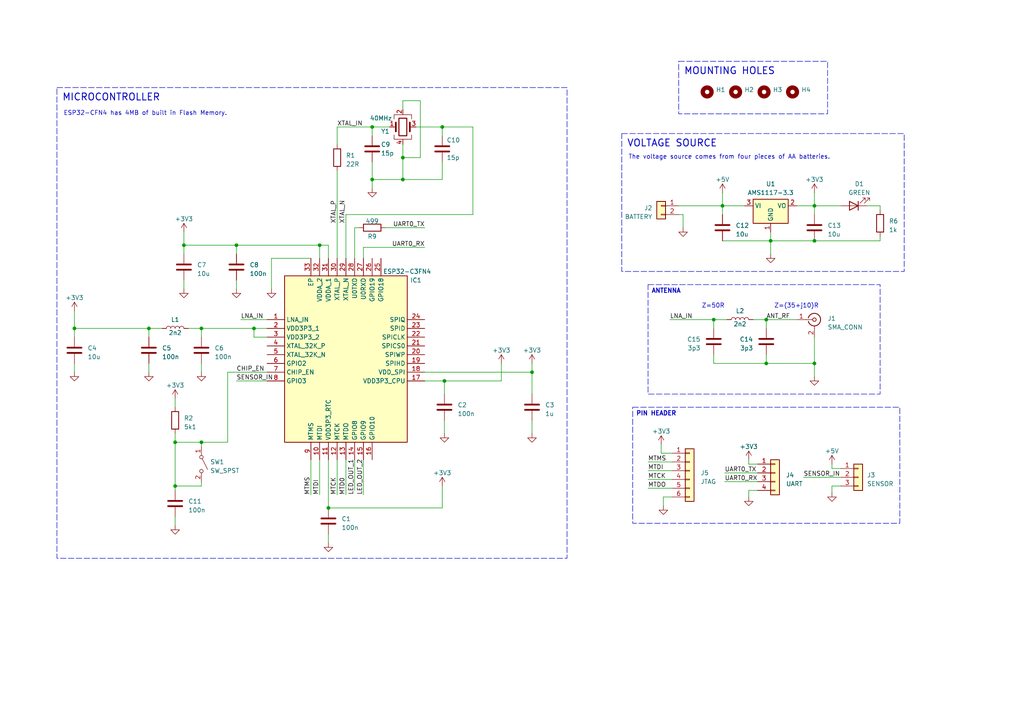
<source format=kicad_sch>
(kicad_sch (version 20230121) (generator eeschema)
  (paper "A4")
  (title_block (title "Water Meter with ESP32 (Capstone Design)") (date "2023-05-29") (rev "v1.0"))
  (lib_symbols
    (symbol "Connector:Conn_Coaxial" (pin_names (offset 1.016) hide)
      (property "Reference" "J" (at 0.254 3.048 0))
      (property "Value" "Conn_Coaxial" (at 2.921 0 90))
      (symbol "Conn_Coaxial_0_1"
        (arc (start -1.778 -0.508) (mid 0.2311 -1.8066) (end 1.778 0) (stroke (width 0.254)))
        (polyline (pts (xy -2.54 0) (xy -0.508 0)))
        (polyline (pts (xy 0 -2.54) (xy 0 -1.778)))
        (circle (center 0 0) (radius 0.508) (stroke (width 0.2032)))
        (arc (start 1.778 0) (mid 0.2099 1.8101) (end -1.778 0.508) (stroke (width 0.254)))
      )
      (symbol "Conn_Coaxial_1_1"
        (pin passive line (at -5.08 0 0) (length 2.54) (name "In") (number "1"))
        (pin passive line (at 0 -5.08 90) (length 2.54) (name "Ext") (number "2"))
      )
    )
    (symbol "Connector_Generic:Conn_01x02" (pin_names (offset 1.016) hide)
      (property "Reference" "J" (at 0 2.54 0))
      (property "Value" "Conn_01x02" (at 0 -5.08 0))
      (symbol "Conn_01x02_1_1"
        (rectangle (start -1.27 -2.413) (end 0 -2.667) (stroke (width 0.1524)))
        (rectangle (start -1.27 0.127) (end 0 -0.127) (stroke (width 0.1524)))
        (rectangle (start -1.27 1.27) (end 1.27 -3.81) (stroke (width 0.254)) (fill (type background)))
        (pin passive line (at -5.08 0 0) (length 3.81) (name "Pin_1") (number "1"))
        (pin passive line (at -5.08 -2.54 0) (length 3.81) (name "Pin_2") (number "2"))
      )
    )
    (symbol "Connector_Generic:Conn_01x03" (pin_names (offset 1.016) hide)
      (property "Reference" "J" (at 0 5.08 0))
      (property "Value" "Conn_01x03" (at 0 -5.08 0))
      (symbol "Conn_01x03_1_1"
        (rectangle (start -1.27 -2.413) (end 0 -2.667) (stroke (width 0.1524)))
        (rectangle (start -1.27 0.127) (end 0 -0.127) (stroke (width 0.1524)))
        (rectangle (start -1.27 2.667) (end 0 2.413) (stroke (width 0.1524)))
        (rectangle (start -1.27 3.81) (end 1.27 -3.81) (stroke (width 0.254)) (fill (type background)))
        (pin passive line (at -5.08 2.54 0) (length 3.81) (name "Pin_1") (number "1"))
        (pin passive line (at -5.08 0 0) (length 3.81) (name "Pin_2") (number "2"))
        (pin passive line (at -5.08 -2.54 0) (length 3.81) (name "Pin_3") (number "3"))
      )
    )
    (symbol "Connector_Generic:Conn_01x04" (pin_names (offset 1.016) hide)
      (property "Reference" "J" (at 0 5.08 0))
      (property "Value" "Conn_01x04" (at 0 -7.62 0))
      (symbol "Conn_01x04_1_1"
        (rectangle (start -1.27 -4.953) (end 0 -5.207) (stroke (width 0.1524)))
        (rectangle (start -1.27 -2.413) (end 0 -2.667) (stroke (width 0.1524)))
        (rectangle (start -1.27 0.127) (end 0 -0.127) (stroke (width 0.1524)))
        (rectangle (start -1.27 2.667) (end 0 2.413) (stroke (width 0.1524)))
        (rectangle (start -1.27 3.81) (end 1.27 -6.35) (stroke (width 0.254)) (fill (type background)))
        (pin passive line (at -5.08 2.54 0) (length 3.81) (name "Pin_1") (number "1"))
        (pin passive line (at -5.08 0 0) (length 3.81) (name "Pin_2") (number "2"))
        (pin passive line (at -5.08 -2.54 0) (length 3.81) (name "Pin_3") (number "3"))
        (pin passive line (at -5.08 -5.08 0) (length 3.81) (name "Pin_4") (number "4"))
      )
    )
    (symbol "Connector_Generic:Conn_01x06" (pin_names (offset 1.016) hide)
      (property "Reference" "J" (at 0 7.62 0))
      (property "Value" "Conn_01x06" (at 0 -10.16 0))
      (symbol "Conn_01x06_1_1"
        (rectangle (start -1.27 -7.493) (end 0 -7.747) (stroke (width 0.1524)))
        (rectangle (start -1.27 -4.953) (end 0 -5.207) (stroke (width 0.1524)))
        (rectangle (start -1.27 -2.413) (end 0 -2.667) (stroke (width 0.1524)))
        (rectangle (start -1.27 0.127) (end 0 -0.127) (stroke (width 0.1524)))
        (rectangle (start -1.27 2.667) (end 0 2.413) (stroke (width 0.1524)))
        (rectangle (start -1.27 5.207) (end 0 4.953) (stroke (width 0.1524)))
        (rectangle (start -1.27 6.35) (end 1.27 -8.89) (stroke (width 0.254)) (fill (type background)))
        (pin passive line (at -5.08 5.08 0) (length 3.81) (name "Pin_1") (number "1"))
        (pin passive line (at -5.08 2.54 0) (length 3.81) (name "Pin_2") (number "2"))
        (pin passive line (at -5.08 0 0) (length 3.81) (name "Pin_3") (number "3"))
        (pin passive line (at -5.08 -2.54 0) (length 3.81) (name "Pin_4") (number "4"))
        (pin passive line (at -5.08 -5.08 0) (length 3.81) (name "Pin_5") (number "5"))
        (pin passive line (at -5.08 -7.62 0) (length 3.81) (name "Pin_6") (number "6"))
      )
    )
    (symbol "Device:C" (pin_numbers hide) (pin_names (offset 0.254))
      (property "Reference" "C" (at 0.635 2.54 0))
      (property "Value" "C" (at 0.635 -2.54 0))
      (symbol "C_0_1"
        (polyline (pts (xy -2.032 -0.762) (xy 2.032 -0.762)) (stroke (width 0.508)))
        (polyline (pts (xy -2.032 0.762) (xy 2.032 0.762)) (stroke (width 0.508)))
      )
      (symbol "C_1_1"
        (pin passive line (at 0 3.81 270) (length 2.794) (name "~") (number "1"))
        (pin passive line (at 0 -3.81 90) (length 2.794) (name "~") (number "2"))
      )
    )
    (symbol "Device:Crystal_GND24" (pin_names (offset 1.016) hide)
      (property "Reference" "Y" (at 3.175 5.08 0))
      (property "Value" "Crystal_GND24" (at 3.175 3.175 0))
      (symbol "Crystal_GND24_0_1"
        (rectangle (start -1.143 2.54) (end 1.143 -2.54) (stroke (width 0.3048)))
        (polyline (pts (xy -2.54 0) (xy -2.032 0)))
        (polyline (pts (xy -2.032 -1.27) (xy -2.032 1.27)) (stroke (width 0.508)))
        (polyline (pts (xy 0 -3.81) (xy 0 -3.556)))
        (polyline (pts (xy 0 3.556) (xy 0 3.81)))
        (polyline (pts (xy 2.032 -1.27) (xy 2.032 1.27)) (stroke (width 0.508)))
        (polyline (pts (xy 2.032 0) (xy 2.54 0)))
        (polyline (pts (xy -2.54 -2.286) (xy -2.54 -3.556) (xy 2.54 -3.556) (xy 2.54 -2.286)))
        (polyline (pts (xy -2.54 2.286) (xy -2.54 3.556) (xy 2.54 3.556) (xy 2.54 2.286)))
      )
      (symbol "Crystal_GND24_1_1"
        (pin passive line (at -3.81 0 0) (length 1.27) (name "1") (number "1"))
        (pin passive line (at 0 5.08 270) (length 1.27) (name "2") (number "2"))
        (pin passive line (at 3.81 0 180) (length 1.27) (name "3") (number "3"))
        (pin passive line (at 0 -5.08 90) (length 1.27) (name "4") (number "4"))
      )
    )
    (symbol "Device:L" (pin_numbers hide) (pin_names (offset 1.016) hide)
      (property "Reference" "L" (at -1.27 0 90))
      (property "Value" "L" (at 1.905 0 90))
      (symbol "L_0_1"
        (arc (start 0 -2.54) (mid 0.6323 -1.905) (end 0 -1.27))
        (arc (start 0 -1.27) (mid 0.6323 -0.635) (end 0 0))
        (arc (start 0 0) (mid 0.6323 0.635) (end 0 1.27))
        (arc (start 0 1.27) (mid 0.6323 1.905) (end 0 2.54))
      )
      (symbol "L_1_1"
        (pin passive line (at 0 3.81 270) (length 1.27) (name "1") (number "1"))
        (pin passive line (at 0 -3.81 90) (length 1.27) (name "2") (number "2"))
      )
    )
    (symbol "Device:LED" (pin_numbers hide) (pin_names (offset 1.016) hide)
      (property "Reference" "D" (at 0 2.54 0))
      (property "Value" "LED" (at 0 -2.54 0))
      (symbol "LED_0_1"
        (polyline (pts (xy -1.27 -1.27) (xy -1.27 1.27)) (stroke (width 0.254)))
        (polyline (pts (xy -1.27 0) (xy 1.27 0)))
        (polyline (pts (xy 1.27 -1.27) (xy 1.27 1.27) (xy -1.27 0) (xy 1.27 -1.27)) (stroke (width 0.254)))
        (polyline (pts (xy -3.048 -0.762) (xy -4.572 -2.286) (xy -3.81 -2.286) (xy -4.572 -2.286) (xy -4.572 -1.524)))
        (polyline (pts (xy -1.778 -0.762) (xy -3.302 -2.286) (xy -2.54 -2.286) (xy -3.302 -2.286) (xy -3.302 -1.524)))
      )
      (symbol "LED_1_1"
        (pin passive line (at -3.81 0 0) (length 2.54) (name "K") (number "1"))
        (pin passive line (at 3.81 0 180) (length 2.54) (name "A") (number "2"))
      )
    )
    (symbol "Device:R" (pin_numbers hide) (pin_names (offset 0))
      (property "Reference" "R" (at 2.032 0 90))
      (property "Value" "R" (at 0 0 90))
      (symbol "R_0_1"
        (rectangle (start -1.016 -2.54) (end 1.016 2.54) (stroke (width 0.254)))
      )
      (symbol "R_1_1"
        (pin passive line (at 0 3.81 270) (length 1.27) (name "~") (number "1"))
        (pin passive line (at 0 -3.81 90) (length 1.27) (name "~") (number "2"))
      )
    )
    (symbol "Mechanical:MountingHole" (pin_names (offset 1.016))
      (property "Reference" "H" (at 0 5.08 0))
      (property "Value" "MountingHole" (at 0 3.175 0))
      (symbol "MountingHole_0_1"
        (circle (center 0 0) (radius 1.27) (stroke (width 1.27)))
      )
    )
    (symbol "Regulator_Linear:AMS1117-3.3"
      (property "Reference" "U" (at -3.81 3.175 0))
      (property "Value" "AMS1117-3.3" (at 0 3.175 0))
      (symbol "AMS1117-3.3_0_1"
        (rectangle (start -5.08 -5.08) (end 5.08 1.905) (stroke (width 0.254)) (fill (type background)))
      )
      (symbol "AMS1117-3.3_1_1"
        (pin power_in line (at 0 -7.62 90) (length 2.54) (name "GND") (number "1"))
        (pin power_out line (at 7.62 0 180) (length 2.54) (name "VO") (number "2"))
        (pin power_in line (at -7.62 0 0) (length 2.54) (name "VI") (number "3"))
      )
    )
    (symbol "SamacSys_Parts:ESP32-C3FN4"
      (property "Reference" "IC" (at 41.91 17.78 0))
      (property "Value" "ESP32-C3FN4" (at 41.91 15.24 0))
      (symbol "ESP32-C3FN4_1_1"
        (rectangle (start 5.08 12.7) (end 40.64 -35.56) (stroke (width 0.254)) (fill (type background)))
        (pin passive line (at 0 0 0) (length 5.08) (name "LNA_IN") (number "1"))
        (pin passive line (at 15.24 -40.64 90) (length 5.08) (name "MTDI") (number "10"))
        (pin passive line (at 17.78 -40.64 90) (length 5.08) (name "VDD3P3_RTC") (number "11"))
        (pin passive line (at 20.32 -40.64 90) (length 5.08) (name "MTCK") (number "12"))
        (pin passive line (at 22.86 -40.64 90) (length 5.08) (name "MTDO") (number "13"))
        (pin passive line (at 25.4 -40.64 90) (length 5.08) (name "GPIO8") (number "14"))
        (pin passive line (at 27.94 -40.64 90) (length 5.08) (name "GPIO9") (number "15"))
        (pin passive line (at 30.48 -40.64 90) (length 5.08) (name "GPIO10") (number "16"))
        (pin passive line (at 45.72 -17.78 180) (length 5.08) (name "VDD3P3_CPU") (number "17"))
        (pin passive line (at 45.72 -15.24 180) (length 5.08) (name "VDD_SPI") (number "18"))
        (pin passive line (at 45.72 -12.7 180) (length 5.08) (name "SPIHD") (number "19"))
        (pin passive line (at 0 -2.54 0) (length 5.08) (name "VDD3P3_1") (number "2"))
        (pin passive line (at 45.72 -10.16 180) (length 5.08) (name "SPIWP") (number "20"))
        (pin passive line (at 45.72 -7.62 180) (length 5.08) (name "SPICS0") (number "21"))
        (pin passive line (at 45.72 -5.08 180) (length 5.08) (name "SPICLK") (number "22"))
        (pin passive line (at 45.72 -2.54 180) (length 5.08) (name "SPID") (number "23"))
        (pin passive line (at 45.72 0 180) (length 5.08) (name "SPIQ") (number "24"))
        (pin passive line (at 33.02 17.78 270) (length 5.08) (name "GPIO18") (number "25"))
        (pin passive line (at 30.48 17.78 270) (length 5.08) (name "GPIO19") (number "26"))
        (pin passive line (at 27.94 17.78 270) (length 5.08) (name "U0RXD") (number "27"))
        (pin passive line (at 25.4 17.78 270) (length 5.08) (name "U0TXD") (number "28"))
        (pin passive line (at 22.86 17.78 270) (length 5.08) (name "XTAL_N") (number "29"))
        (pin passive line (at 0 -5.08 0) (length 5.08) (name "VDD3P3_2") (number "3"))
        (pin passive line (at 20.32 17.78 270) (length 5.08) (name "XTAL_P") (number "30"))
        (pin passive line (at 17.78 17.78 270) (length 5.08) (name "VDDA_1") (number "31"))
        (pin passive line (at 15.24 17.78 270) (length 5.08) (name "VDDA_2") (number "32"))
        (pin passive line (at 12.7 17.78 270) (length 5.08) (name "EP") (number "33"))
        (pin passive line (at 0 -7.62 0) (length 5.08) (name "XTAL_32K_P") (number "4"))
        (pin passive line (at 0 -10.16 0) (length 5.08) (name "XTAL_32K_N") (number "5"))
        (pin passive line (at 0 -12.7 0) (length 5.08) (name "GPIO2") (number "6"))
        (pin passive line (at 0 -15.24 0) (length 5.08) (name "CHIP_EN") (number "7"))
        (pin passive line (at 0 -17.78 0) (length 5.08) (name "GPIO3") (number "8"))
        (pin passive line (at 12.7 -40.64 90) (length 5.08) (name "MTMS") (number "9"))
      )
    )
    (symbol "Switch:SW_SPST" (pin_names (offset 0) hide)
      (property "Reference" "SW" (at 0 3.175 0))
      (property "Value" "SW_SPST" (at 0 -2.54 0))
      (symbol "SW_SPST_0_0"
        (circle (center -2.032 0) (radius 0.508))
        (polyline (pts (xy -1.524 0.254) (xy 1.524 1.778)))
        (circle (center 2.032 0) (radius 0.508))
      )
      (symbol "SW_SPST_1_1"
        (pin passive line (at -5.08 0 0) (length 2.54) (name "A") (number "1"))
        (pin passive line (at 5.08 0 180) (length 2.54) (name "B") (number "2"))
      )
    )
    (symbol "power:+3V3" (power) (pin_names (offset 0))
      (property "Value" "+3V3" (at 0 3.556 0))
      (symbol "+3V3_0_1"
        (polyline (pts (xy -0.762 1.27) (xy 0 2.54)))
        (polyline (pts (xy 0 0) (xy 0 2.54)))
        (polyline (pts (xy 0 2.54) (xy 0.762 1.27)))
      )
      (symbol "+3V3_1_1"
        (pin power_in line (at 0 0 90) (length 0) hide (name "+3V3") (number "1"))
      )
    )
    (symbol "power:+5V" (power) (pin_names (offset 0))
      (property "Value" "+5V" (at 0 3.556 0))
      (symbol "+5V_0_1"
        (polyline (pts (xy -0.762 1.27) (xy 0 2.54)))
        (polyline (pts (xy 0 0) (xy 0 2.54)))
        (polyline (pts (xy 0 2.54) (xy 0.762 1.27)))
      )
      (symbol "+5V_1_1"
        (pin power_in line (at 0 0 90) (length 0) hide (name "+5V") (number "1"))
      )
    )
    (symbol "power:GND" (power) (pin_names (offset 0))
      (property "Value" "GND" (at 0 -3.81 0))
      (symbol "GND_0_1"
        (polyline (pts (xy 0 0) (xy 0 -1.27) (xy 1.27 -1.27) (xy 0 -2.54) (xy -1.27 -1.27) (xy 0 -1.27)))
      )
      (symbol "GND_1_1"
        (pin power_in line (at 0 0 270) (length 0) hide (name "GND") (number "1"))
      )
    )
  )
  (junction (at 128.905 110.49))
  (junction (at 209.55 59.69))
  (junction (at 222.25 105.41))
  (junction (at 21.59 95.25))
  (junction (at 236.22 105.41))
  (junction (at 92.71 71.12))
  (junction (at 207.01 92.71))
  (junction (at 53.34 71.12))
  (junction (at 236.22 69.85))
  (junction (at 68.58 71.12))
  (junction (at 222.25 92.71))
  (junction (at 107.95 52.07))
  (junction (at 58.42 128.27))
  (junction (at 58.42 95.25))
  (junction (at 95.25 147.32))
  (junction (at 50.8 140.97))
  (junction (at 43.18 95.25))
  (junction (at 73.66 95.25))
  (junction (at 116.84 45.72))
  (junction (at 128.27 36.83))
  (junction (at 50.8 128.27))
  (junction (at 223.52 69.85))
  (junction (at 236.22 59.69))
  (junction (at 154.305 107.95))
  (junction (at 116.84 52.07))
  (junction (at 107.95 36.83))
  (wire (pts (xy 53.34 73.66) (xy 53.34 71.12)))
  (wire (pts (xy 92.71 71.12) (xy 68.58 71.12)))
  (wire (pts (xy 58.42 97.79) (xy 58.42 95.25)))
  (wire (pts (xy 187.96 136.525) (xy 194.945 136.525)))
  (wire (pts (xy 128.905 110.49) (xy 128.905 114.3)))
  (wire (pts (xy 107.95 52.07) (xy 107.95 54.61)))
  (wire (pts (xy 255.27 59.69) (xy 255.27 60.96)))
  (wire (pts (xy 209.55 62.23) (xy 209.55 59.69)))
  (wire (pts (xy 107.95 46.99) (xy 107.95 52.07)))
  (wire (pts (xy 58.42 128.27) (xy 66.04 128.27)))
  (wire (pts (xy 105.41 71.755) (xy 123.19 71.755)))
  (wire (pts (xy 95.25 133.35) (xy 95.25 147.32)))
  (wire (pts (xy 241.3 135.89) (xy 243.84 135.89)))
  (wire (pts (xy 102.87 66.04) (xy 104.14 66.04)))
  (wire (pts (xy 50.8 125.73) (xy 50.8 128.27)))
  (wire (pts (xy 116.84 41.91) (xy 116.84 45.72)))
  (wire (pts (xy 66.04 107.95) (xy 66.04 128.27)))
  (wire (pts (xy 50.8 115.57) (xy 50.8 118.11)))
  (wire (pts (xy 236.22 105.41) (xy 236.22 109.22)))
  (wire (pts (xy 187.96 139.065) (xy 194.945 139.065)))
  (wire (pts (xy 58.42 105.41) (xy 58.42 107.95)))
  (wire (pts (xy 241.3 140.97) (xy 243.84 140.97)))
  (wire (pts (xy 192.405 144.145) (xy 194.945 144.145)))
  (wire (pts (xy 116.84 31.75) (xy 116.84 29.21)))
  (wire (pts (xy 95.25 147.32) (xy 128.27 147.32)))
  (wire (pts (xy 78.74 74.93) (xy 78.74 83.82)))
  (wire (pts (xy 105.41 74.93) (xy 105.41 71.755)))
  (wire (pts (xy 90.17 74.93) (xy 78.74 74.93)))
  (wire (pts (xy 50.8 140.97) (xy 58.42 140.97)))
  (wire (pts (xy 116.84 45.72) (xy 116.84 52.07)))
  (wire (pts (xy 102.87 133.35) (xy 102.87 142.24)))
  (wire (pts (xy 116.84 45.72) (xy 121.92 45.72)))
  (wire (pts (xy 73.66 97.79) (xy 73.66 95.25)))
  (wire (pts (xy 123.19 110.49) (xy 128.905 110.49)))
  (wire (pts (xy 21.59 105.41) (xy 21.59 107.95)))
  (wire (pts (xy 50.8 128.27) (xy 50.8 140.97)))
  (wire (pts (xy 50.8 128.27) (xy 58.42 128.27)))
  (wire (pts (xy 223.52 69.85) (xy 223.52 73.66)))
  (wire (pts (xy 154.305 105.41) (xy 154.305 107.95)))
  (wire (pts (xy 154.305 121.92) (xy 154.305 125.73)))
  (wire (pts (xy 231.14 59.69) (xy 236.22 59.69)))
  (wire (pts (xy 92.71 133.35) (xy 92.71 143.51)))
  (wire (pts (xy 43.18 97.79) (xy 43.18 95.25)))
  (wire (pts (xy 100.33 62.23) (xy 137.16 62.23)))
  (wire (pts (xy 107.95 36.83) (xy 107.95 39.37)))
  (wire (pts (xy 128.27 36.83) (xy 128.27 39.37)))
  (wire (pts (xy 236.22 55.88) (xy 236.22 59.69)))
  (wire (pts (xy 95.25 71.12) (xy 92.71 71.12)))
  (wire (pts (xy 100.33 133.35) (xy 100.33 143.51)))
  (wire (pts (xy 95.25 154.94) (xy 95.25 157.48)))
  (wire (pts (xy 107.95 52.07) (xy 116.84 52.07)))
  (wire (pts (xy 209.55 55.88) (xy 209.55 59.69)))
  (wire (pts (xy 209.55 59.69) (xy 215.9 59.69)))
  (wire (pts (xy 105.41 133.35) (xy 105.41 143.51)))
  (wire (pts (xy 68.58 71.12) (xy 68.58 73.66)))
  (wire (pts (xy 236.22 59.69) (xy 243.84 59.69)))
  (wire (pts (xy 233.045 138.43) (xy 243.84 138.43)))
  (wire (pts (xy 53.34 81.28) (xy 53.34 83.82)))
  (wire (pts (xy 102.87 74.93) (xy 102.87 66.04)))
  (wire (pts (xy 68.58 81.28) (xy 68.58 83.82)))
  (wire (pts (xy 223.52 69.85) (xy 236.22 69.85)))
  (wire (pts (xy 255.27 69.85) (xy 255.27 68.58)))
  (wire (pts (xy 207.01 92.71) (xy 194.31 92.71)))
  (wire (pts (xy 236.22 97.79) (xy 236.22 105.41)))
  (wire (pts (xy 68.58 71.12) (xy 53.34 71.12)))
  (wire (pts (xy 217.17 134.62) (xy 219.71 134.62)))
  (wire (pts (xy 137.16 36.83) (xy 128.27 36.83)))
  (wire (pts (xy 191.77 131.445) (xy 191.77 128.905)))
  (wire (pts (xy 100.33 62.23) (xy 100.33 74.93)))
  (wire (pts (xy 210.82 92.71) (xy 207.01 92.71)))
  (wire (pts (xy 50.8 140.97) (xy 50.8 142.24)))
  (wire (pts (xy 54.61 95.25) (xy 58.42 95.25)))
  (wire (pts (xy 58.42 128.27) (xy 58.42 129.54)))
  (wire (pts (xy 111.76 66.04) (xy 123.19 66.04)))
  (wire (pts (xy 97.79 41.91) (xy 97.79 36.83)))
  (wire (pts (xy 97.79 133.35) (xy 97.79 143.51)))
  (wire (pts (xy 120.65 36.83) (xy 128.27 36.83)))
  (wire (pts (xy 92.71 74.93) (xy 92.71 71.12)))
  (wire (pts (xy 116.84 52.07) (xy 128.27 52.07)))
  (wire (pts (xy 77.47 97.79) (xy 73.66 97.79)))
  (wire (pts (xy 145.415 105.41) (xy 145.415 110.49)))
  (wire (pts (xy 128.27 46.99) (xy 128.27 52.07)))
  (wire (pts (xy 50.8 149.86) (xy 50.8 152.4)))
  (wire (pts (xy 21.59 97.79) (xy 21.59 95.25)))
  (wire (pts (xy 192.405 146.685) (xy 192.405 144.145)))
  (wire (pts (xy 107.95 36.83) (xy 113.03 36.83)))
  (wire (pts (xy 209.55 69.85) (xy 223.52 69.85)))
  (wire (pts (xy 210.185 139.7) (xy 219.71 139.7)))
  (wire (pts (xy 223.52 67.31) (xy 223.52 69.85)))
  (wire (pts (xy 209.55 59.69) (xy 196.85 59.69)))
  (wire (pts (xy 137.16 62.23) (xy 137.16 36.83)))
  (wire (pts (xy 95.25 74.93) (xy 95.25 71.12)))
  (wire (pts (xy 90.17 133.35) (xy 90.17 143.51)))
  (wire (pts (xy 43.18 95.25) (xy 46.99 95.25)))
  (wire (pts (xy 66.04 107.95) (xy 77.47 107.95)))
  (wire (pts (xy 217.17 133.35) (xy 217.17 134.62)))
  (wire (pts (xy 97.79 49.53) (xy 97.79 74.93)))
  (wire (pts (xy 251.46 59.69) (xy 255.27 59.69)))
  (wire (pts (xy 187.96 133.985) (xy 194.945 133.985)))
  (wire (pts (xy 222.25 105.41) (xy 207.01 105.41)))
  (wire (pts (xy 53.34 71.12) (xy 53.34 67.31)))
  (wire (pts (xy 241.3 134.62) (xy 241.3 135.89)))
  (wire (pts (xy 121.92 29.21) (xy 121.92 45.72)))
  (wire (pts (xy 128.905 110.49) (xy 145.415 110.49)))
  (wire (pts (xy 68.58 110.49) (xy 77.47 110.49)))
  (wire (pts (xy 58.42 95.25) (xy 73.66 95.25)))
  (wire (pts (xy 207.01 95.25) (xy 207.01 92.71)))
  (wire (pts (xy 21.59 90.17) (xy 21.59 95.25)))
  (wire (pts (xy 236.22 69.85) (xy 255.27 69.85)))
  (wire (pts (xy 194.945 131.445) (xy 191.77 131.445)))
  (wire (pts (xy 222.25 95.25) (xy 222.25 92.71)))
  (wire (pts (xy 198.12 62.23) (xy 198.12 66.04)))
  (wire (pts (xy 154.305 107.95) (xy 154.305 114.3)))
  (wire (pts (xy 128.905 121.92) (xy 128.905 125.73)))
  (wire (pts (xy 231.14 92.71) (xy 222.25 92.71)))
  (wire (pts (xy 207.01 102.87) (xy 207.01 105.41)))
  (wire (pts (xy 187.96 141.605) (xy 194.945 141.605)))
  (wire (pts (xy 222.25 102.87) (xy 222.25 105.41)))
  (wire (pts (xy 97.79 36.83) (xy 107.95 36.83)))
  (wire (pts (xy 58.42 139.7) (xy 58.42 140.97)))
  (wire (pts (xy 222.25 92.71) (xy 218.44 92.71)))
  (wire (pts (xy 43.18 105.41) (xy 43.18 107.95)))
  (wire (pts (xy 69.85 92.71) (xy 77.47 92.71)))
  (wire (pts (xy 210.185 137.16) (xy 219.71 137.16)))
  (wire (pts (xy 73.66 95.25) (xy 77.47 95.25)))
  (wire (pts (xy 236.22 59.69) (xy 236.22 62.23)))
  (wire (pts (xy 236.22 105.41) (xy 222.25 105.41)))
  (wire (pts (xy 196.85 62.23) (xy 198.12 62.23)))
  (wire (pts (xy 116.84 29.21) (xy 121.92 29.21)))
  (wire (pts (xy 123.19 107.95) (xy 154.305 107.95)))
  (wire (pts (xy 217.17 144.145) (xy 217.17 142.24)))
  (wire (pts (xy 217.17 142.24) (xy 219.71 142.24)))
  (wire (pts (xy 128.27 140.97) (xy 128.27 147.32)))
  (wire (pts (xy 241.3 142.875) (xy 241.3 140.97)))
  (wire (pts (xy 21.59 95.25) (xy 43.18 95.25)))
  (text_box "VOLTAGE SOURCE" (at 180.34 38.735 0) (size 81.915 40.005) (stroke (width 0) (type dash)) (effects (font (size 2 2) (thickness 0.254) bold) (justify left top)))
  (text_box "ANTENNA\n" (at 187.96 82.55 0) (size 67.31 31.75) (stroke (width 0) (type dash)) (effects (font (size 1.27 1.27) (thickness 0.254) bold) (justify left top)))
  (text_box "PIN HEADER\n" (at 183.515 118.11 0) (size 77.47 33.655) (stroke (width 0) (type dash)) (effects (font (size 1.27 1.27) bold) (justify left top)))
  (text_box "MICROCONTROLLER" (at 16.51 25.4 0) (size 147.955 136.525) (stroke (width 0) (type dash)) (effects (font (size 2 2) (thickness 0.254) bold) (justify left top)))
  (text_box "MOUNTING HOLES" (at 196.85 17.78 0) (size 43.18 15.24) (stroke (width 0) (type dash)) (effects (font (size 2 2) (thickness 0.254) bold) (justify left top)))
  (text "Z=50R" (at 210.185 89.535 0) (effects (font (size 1.27 1.27)) (justify right bottom)))
  (text "The voltage source comes from four pieces of AA batteries." (at 182.245 46.355 0) (effects (font (size 1.27 1.27)) (justify left bottom)))
  (text "ESP32-CFN4 has 4MB of built in Flash Memory.\n" (at 18.415 33.655 0) (effects (font (size 1.27 1.27)) (justify left bottom)))
  (text "Z=(35+j10)R" (at 237.49 89.535 0) (effects (font (size 1.27 1.27)) (justify right bottom)))
  (label "MTDO" (at 187.96 141.605 0))
  (label "CHIP_EN" (at 68.58 107.95 0))
  (label "UART0_TX" (at 210.185 137.16 0))
  (label "LED_OUT_1" (at 102.87 143.51 90))
  (label "LNA_IN" (at 194.31 92.71 0))
  (label "MTCK" (at 187.96 139.065 0))
  (label "MTDI" (at 187.96 136.525 0))
  (label "LED_OUT_2" (at 105.41 143.51 90))
  (label "XTAL_N" (at 100.33 64.77 90))
  (label "LNA_IN" (at 69.85 92.71 0))
  (label "MTD0" (at 100.33 143.51 90))
  (label "SENSOR_IN" (at 233.045 138.43 0))
  (label "XTAL_IN" (at 97.79 36.83 0))
  (label "UART0_TX" (at 123.19 66.04 180))
  (label "MTMS" (at 90.17 143.51 90))
  (label "SENSOR_IN" (at 68.58 110.49 0))
  (label "XTAL_P" (at 97.79 64.77 90))
  (label "ANT_RF" (at 222.25 92.71 0))
  (label "UART0_RX" (at 210.185 139.7 0))
  (label "UART0_RX" (at 123.19 71.755 180))
  (label "MTDI" (at 92.71 143.51 90))
  (label "MTMS" (at 187.96 133.985 0))
  (label "MTCK" (at 97.79 143.51 90))
  (symbol (lib_id "power:GND") (at 95.25 157.48 0) (unit 1)
    (property "Reference" "#PWR02" (effects hide))
    (property "Value" "GND" (effects hide))
  )
  (symbol (lib_id "power:GND") (at 192.405 146.685 0) (unit 1)
    (property "Reference" "#PWR019" (effects hide))
    (property "Value" "GND" (effects hide))
  )
  (symbol (lib_id "Device:LED") (at 247.65 59.69 180) (unit 1)
    (property "Reference" "D1" (at 249.2375 53.34 0))
    (property "Value" "GREEN" (at 249.2375 55.88 0))
  )
  (symbol (lib_id "power:+3V3") (at 217.17 133.35 0) (unit 1)
    (property "Reference" "#PWR025" (effects hide))
    (property "Value" "+3V3" (at 217.17 129.54 0))
  )
  (symbol (lib_id "power:+3V3") (at 21.59 90.17 0) (unit 1)
    (property "Reference" "#PWR06" (effects hide))
    (property "Value" "+3V3" (at 21.59 86.36 0))
  )
  (symbol (lib_id "power:GND") (at 50.8 152.4 0) (unit 1)
    (property "Reference" "#PWR016" (effects hide))
    (property "Value" "GND" (effects hide))
  )
  (symbol (lib_id "Device:R") (at 50.8 121.92 0) (unit 1)
    (property "Reference" "R2" (at 53.34 121.285 0) (effects (justify left)))
    (property "Value" "5k1" (at 53.34 123.825 0) (effects (justify left)))
  )
  (symbol (lib_id "Device:C") (at 222.25 99.06 0) (mirror y) (unit 1)
    (property "Reference" "C14" (at 218.44 98.425 0) (effects (justify left)))
    (property "Value" "3p3" (at 218.44 100.965 0) (effects (justify left)))
  )
  (symbol (lib_id "power:GND") (at 68.58 83.82 0) (unit 1)
    (property "Reference" "#PWR012" (effects hide))
    (property "Value" "GND" (effects hide))
  )
  (symbol (lib_id "Mechanical:MountingHole") (at 229.87 26.67 0) (unit 1)
    (property "Reference" "H4" (at 232.41 26.035 0) (effects (justify left)))
    (property "Value" "MountingHole" (effects hide))
  )
  (symbol (lib_id "Device:C") (at 207.01 99.06 0) (mirror y) (unit 1)
    (property "Reference" "C15" (at 203.2 98.425 0) (effects (justify left)))
    (property "Value" "3p3" (at 203.2 100.965 0) (effects (justify left)))
  )
  (symbol (lib_id "power:+3V3") (at 236.22 55.88 0) (unit 1)
    (property "Reference" "#PWR023" (effects hide))
    (property "Value" "+3V3" (at 236.22 52.07 0))
  )
  (symbol (lib_id "Mechanical:MountingHole") (at 213.36 26.67 0) (unit 1)
    (property "Reference" "H2" (at 215.9 26.035 0) (effects (justify left)))
    (property "Value" "MountingHole" (effects hide))
  )
  (symbol (lib_id "Switch:SW_SPST") (at 58.42 134.62 270) (unit 1)
    (property "Reference" "SW1" (at 60.96 133.985 90) (effects (justify left)))
    (property "Value" "SW_SPST" (at 60.96 136.525 90) (effects (justify left)))
  )
  (symbol (lib_id "Device:C") (at 209.55 66.04 0) (unit 1)
    (property "Reference" "C12" (at 213.36 65.405 0) (effects (justify left)))
    (property "Value" "10u" (at 213.36 67.945 0) (effects (justify left)))
  )
  (symbol (lib_id "Device:C") (at 154.305 118.11 0) (unit 1)
    (property "Reference" "C3" (at 158.115 117.475 0) (effects (justify left)))
    (property "Value" "1u" (at 158.115 120.015 0) (effects (justify left)))
  )
  (symbol (lib_id "Device:Crystal_GND24") (at 116.84 36.83 0) (unit 1)
    (property "Reference" "Y1" (at 111.76 38.1 0))
    (property "Value" "40MHz" (at 110.49 34.29 0))
  )
  (symbol (lib_id "power:GND") (at -47.625 106.68 0) (unit 1)
    (property "Reference" "#PWR030" (effects hide))
    (property "Value" "GND" (effects hide))
  )
  (symbol (lib_id "Mechanical:MountingHole") (at 221.615 26.67 0) (unit 1)
    (property "Reference" "H3" (at 224.155 26.035 0) (effects (justify left)))
    (property "Value" "MountingHole" (effects hide))
  )
  (symbol (lib_id "power:GND") (at 198.12 66.04 0) (unit 1)
    (property "Reference" "#PWR020" (effects hide))
    (property "Value" "GND" (effects hide))
  )
  (symbol (lib_id "power:+3V3") (at 145.415 105.41 0) (unit 1)
    (property "Reference" "#PWR03" (effects hide))
    (property "Value" "+3V3" (at 145.415 101.6 0))
  )
  (symbol (lib_id "power:+3V3") (at 191.77 128.905 0) (unit 1)
    (property "Reference" "#PWR029" (effects hide))
    (property "Value" "+3V3" (at 191.77 125.095 0))
  )
  (symbol (lib_id "Device:C") (at 128.27 43.18 0) (unit 1)
    (property "Reference" "C10" (at 129.54 40.64 0) (effects (justify left)))
    (property "Value" "15p" (at 129.54 45.72 0) (effects (justify left)))
  )
  (symbol (lib_id "Device:C") (at 53.34 77.47 0) (unit 1)
    (property "Reference" "C7" (at 57.15 76.835 0) (effects (justify left)))
    (property "Value" "10u" (at 57.15 79.375 0) (effects (justify left)))
  )
  (symbol (lib_id "power:GND") (at 241.3 142.875 0) (unit 1)
    (property "Reference" "#PWR028" (effects hide))
    (property "Value" "GND" (effects hide))
  )
  (symbol (lib_id "Device:C") (at 50.8 146.05 0) (unit 1)
    (property "Reference" "C11" (at 54.61 145.415 0) (effects (justify left)))
    (property "Value" "100n" (at 54.61 147.955 0) (effects (justify left)))
  )
  (symbol (lib_id "Device:R") (at 97.79 45.72 0) (unit 1)
    (property "Reference" "R1" (at 100.33 45.085 0) (effects (justify left)))
    (property "Value" "22R" (at 100.33 47.625 0) (effects (justify left)))
  )
  (symbol (lib_id "Device:C") (at 58.42 101.6 0) (unit 1)
    (property "Reference" "C6" (at 62.23 100.965 0) (effects (justify left)))
    (property "Value" "100n" (at 62.23 103.505 0) (effects (justify left)))
  )
  (symbol (lib_id "Device:C") (at 236.22 66.04 0) (unit 1)
    (property "Reference" "C13" (at 240.03 65.405 0) (effects (justify left)))
    (property "Value" "10u" (at 240.03 67.945 0) (effects (justify left)))
  )
  (symbol (lib_id "power:+5V") (at 241.3 134.62 0) (unit 1)
    (property "Reference" "#PWR017" (effects hide))
    (property "Value" "+5V" (at 241.3 130.81 0))
  )
  (symbol (lib_id "power:GND") (at 107.95 54.61 0) (unit 1)
    (property "Reference" "#PWR014" (effects hide))
    (property "Value" "GND" (effects hide))
  )
  (symbol (lib_id "power:GND") (at 43.18 107.95 0) (unit 1)
    (property "Reference" "#PWR08" (effects hide))
    (property "Value" "GND" (effects hide))
  )
  (symbol (lib_id "Connector_Generic:Conn_01x04") (at 224.79 137.16 0) (unit 1)
    (property "Reference" "J4" (at 227.965 137.795 0) (effects (justify left)))
    (property "Value" "UART" (at 227.965 140.335 0) (effects (justify left)))
  )
  (symbol (lib_id "Regulator_Linear:AMS1117-3.3") (at 223.52 59.69 0) (unit 1)
    (property "Reference" "U1" (at 223.52 53.34 0))
    (property "Value" "AMS1117-3.3" (at 223.52 55.88 0))
    (property "Footprint" "Package_TO_SOT_SMD:SOT-223-3_TabPin2" (effects hide))
    (property "Datasheet" "http://www.advanced-monolithic.com/pdf/ds1117.pdf" (effects hide))
  )
  (symbol (lib_id "Connector_Generic:Conn_01x06") (at 200.025 136.525 0) (unit 1)
    (property "Reference" "J5" (at 203.2 137.16 0) (effects (justify left)))
    (property "Value" "JTAG" (at 203.2 139.7 0) (effects (justify left)))
  )
  (symbol (lib_id "Device:C") (at 68.58 77.47 0) (unit 1)
    (property "Reference" "C8" (at 72.39 76.835 0) (effects (justify left)))
    (property "Value" "100n" (at 72.39 79.375 0) (effects (justify left)))
  )
  (symbol (lib_id "power:GND") (at 236.22 109.22 0) (mirror y) (unit 1)
    (property "Reference" "#PWR026" (effects hide))
    (property "Value" "GND" (effects hide))
  )
  (symbol (lib_id "Device:C") (at 107.95 43.18 0) (unit 1)
    (property "Reference" "C9" (at 110.49 41.91 0) (effects (justify left)))
    (property "Value" "15p" (at 110.49 44.45 0) (effects (justify left)))
  )
  (symbol (lib_id "power:GND") (at 58.42 107.95 0) (unit 1)
    (property "Reference" "#PWR09" (effects hide))
    (property "Value" "GND" (effects hide))
  )
  (symbol (lib_id "Device:R") (at 255.27 64.77 0) (unit 1)
    (property "Reference" "R6" (at 257.81 64.135 0) (effects (justify left)))
    (property "Value" "1k" (at 257.81 66.675 0) (effects (justify left)))
  )
  (symbol (lib_id "Device:L") (at 214.63 92.71 270) (mirror x) (unit 1)
    (property "Reference" "L2" (at 214.63 90.17 90))
    (property "Value" "2n2" (at 214.63 93.98 90))
  )
  (symbol (lib_id "SamacSys_Parts:ESP32-C3FN4") (at 77.47 92.71 0) (unit 1)
    (property "Reference" "IC1" (at 120.65 81.28 0))
    (property "Value" "ESP32-C3FN4" (at 118.11 78.74 0))
    (property "Footprint" "QFN50P500X500X90-33N-D" (effects hide))
    (property "Datasheet" "https://www.mouser.co.uk/datasheet/2/891/esp32_c3_datasheet_en-1989865.pdf" (effects hide))
    (property "Height" "0.9" (effects hide))
    (property "Manufacturer_Name" "Espressif Systems" (effects hide))
    (property "Manufacturer_Part_Number" "ESP32-C3FN4" (effects hide))
    (property "Mouser Part Number" "356-ESP32-C3FN4" (effects hide))
    (property "Mouser Price/Stock" "https://www.mouser.co.uk/ProductDetail/Espressif-Systems/ESP32-C3FN4?qs=iLbezkQI%252BsjnhgSmJXMnMQ%3D%3D" (effects hide))
  )
  (symbol (lib_id "power:GND") (at 53.34 83.82 0) (unit 1)
    (property "Reference" "#PWR011" (effects hide))
    (property "Value" "GND" (effects hide))
  )
  (symbol (lib_id "power:+3V3") (at 154.305 105.41 0) (unit 1)
    (property "Reference" "#PWR027" (effects hide))
    (property "Value" "+3V3" (at 154.305 101.6 0))
  )
  (symbol (lib_id "power:GND") (at 21.59 107.95 0) (unit 1)
    (property "Reference" "#PWR07" (effects hide))
    (property "Value" "GND" (effects hide))
  )
  (symbol (lib_id "power:GND") (at 223.52 73.66 0) (unit 1)
    (property "Reference" "#PWR021" (effects hide))
    (property "Value" "GND" (effects hide))
  )
  (symbol (lib_id "Connector_Generic:Conn_01x03") (at 248.92 138.43 0) (unit 1)
    (property "Reference" "J3" (at 251.46 137.795 0) (effects (justify left)))
    (property "Value" "SENSOR" (at 251.46 140.335 0) (effects (justify left)))
  )
  (symbol (lib_id "power:GND") (at 78.74 83.82 0) (unit 1)
    (property "Reference" "#PWR013" (effects hide))
    (property "Value" "GND" (effects hide))
  )
  (symbol (lib_id "Device:C") (at 43.18 101.6 0) (unit 1)
    (property "Reference" "C5" (at 46.99 100.965 0) (effects (justify left)))
    (property "Value" "100n" (at 46.99 103.505 0) (effects (justify left)))
  )
  (symbol (lib_id "power:+5V") (at 209.55 55.88 0) (unit 1)
    (property "Reference" "#PWR022" (effects hide))
    (property "Value" "+5V" (at 209.55 52.07 0))
  )
  (symbol (lib_id "Device:L") (at 50.8 95.25 90) (unit 1)
    (property "Reference" "L1" (at 50.8 92.71 90))
    (property "Value" "2n2" (at 50.8 96.52 90))
  )
  (symbol (lib_id "Device:C") (at 21.59 101.6 0) (unit 1)
    (property "Reference" "C4" (at 25.4 100.965 0) (effects (justify left)))
    (property "Value" "10u" (at 25.4 103.505 0) (effects (justify left)))
  )
  (symbol (lib_id "power:+3V3") (at 50.8 115.57 0) (unit 1)
    (property "Reference" "#PWR015" (effects hide))
    (property "Value" "+3V3" (at 50.8 111.76 0))
  )
  (symbol (lib_id "power:GND") (at 154.305 125.73 0) (unit 1)
    (property "Reference" "#PWR05" (effects hide))
    (property "Value" "GND" (effects hide))
  )
  (symbol (lib_id "power:GND") (at 128.905 125.73 0) (unit 1)
    (property "Reference" "#PWR04" (effects hide))
    (property "Value" "GND" (effects hide))
  )
  (symbol (lib_id "Connector_Generic:Conn_01x02") (at 191.77 59.69 0) (mirror y) (unit 1)
    (property "Reference" "J2" (at 189.23 60.325 0) (effects (justify left)))
    (property "Value" "BATTERY" (at 189.23 62.865 0) (effects (justify left)))
    (property "Footprint" "Connector_JST:JST_SUR_SM02B-SURS-TF_1x02-1MP_P0.80mm_Horizontal" (effects hide))
  )
  (symbol (lib_id "power:+3V3") (at 128.27 140.97 0) (unit 1)
    (property "Reference" "#PWR01" (effects hide))
    (property "Value" "+3V3" (at 128.27 137.16 0))
  )
  (symbol (lib_id "power:GND") (at 217.17 144.145 0) (unit 1)
    (property "Reference" "#PWR024" (effects hide))
    (property "Value" "GND" (effects hide))
  )
  (symbol (lib_id "Device:C") (at 95.25 151.13 0) (unit 1)
    (property "Reference" "C1" (at 99.06 150.495 0) (effects (justify left)))
    (property "Value" "100n" (at 99.06 153.035 0) (effects (justify left)))
  )
  (symbol (lib_id "Mechanical:MountingHole") (at 205.105 26.67 0) (unit 1)
    (property "Reference" "H1" (at 207.645 26.035 0) (effects (justify left)))
    (property "Value" "MountingHole" (effects hide))
  )
  (symbol (lib_id "Connector:Conn_Coaxial") (at 236.22 92.71 0) (unit 1)
    (property "Reference" "J1" (at 240.03 92.3682 0) (effects (justify left)))
    (property "Value" "SMA_CONN" (at 240.03 94.9082 0) (effects (justify left)))
    (property "Datasheet" " ~" (effects hide))
  )
  (symbol (lib_id "Device:R") (at 107.95 66.04 90) (unit 1)
    (property "Reference" "R9" (at 107.95 68.58 90))
    (property "Value" "499" (at 107.95 64.135 90))
  )
  (symbol (lib_id "power:+3V3") (at 53.34 67.31 0) (unit 1)
    (property "Reference" "#PWR010" (effects hide))
    (property "Value" "+3V3" (at 53.34 63.5 0))
  )
  (symbol (lib_id "Device:C") (at 128.905 118.11 0) (unit 1)
    (property "Reference" "C2" (at 132.715 117.475 0) (effects (justify left)))
    (property "Value" "100n" (at 132.715 120.015 0) (effects (justify left)))
  )
)
</source>
